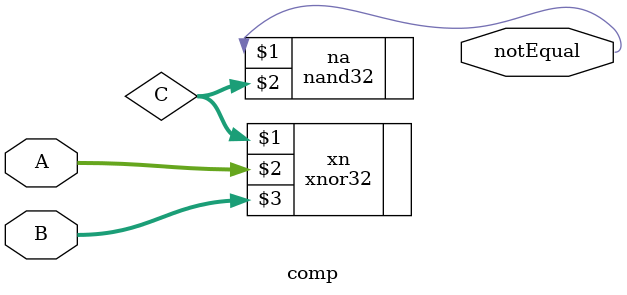
<source format=v>
module comp(notEqual,A,B);
input [31:0] A,B;
output notEqual;
wire [31:0] C;
xnor32 xn(C[31:0],A[31:0],B[31:0]);
nand32 na(notEqual,C[31:0]);

endmodule

</source>
